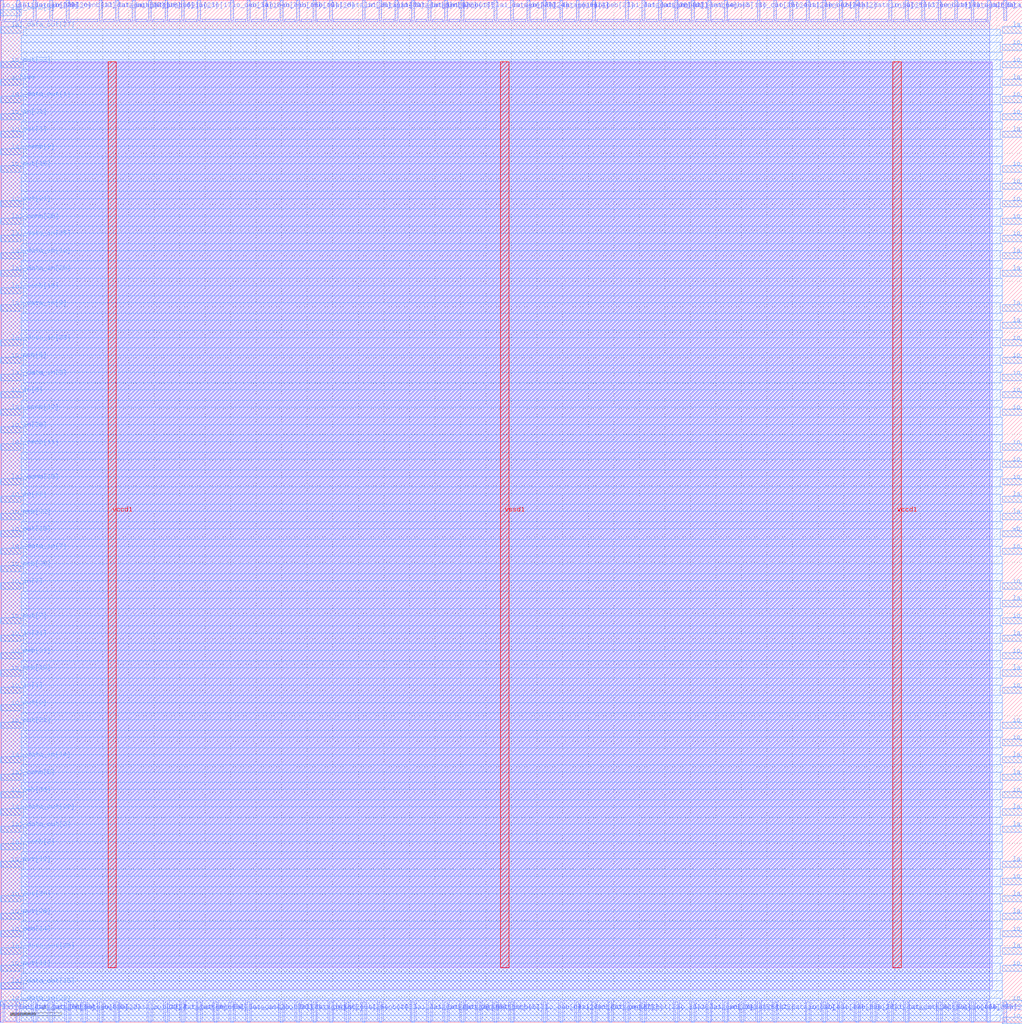
<source format=lef>
VERSION 5.7 ;
  NOWIREEXTENSIONATPIN ON ;
  DIVIDERCHAR "/" ;
  BUSBITCHARS "[]" ;
MACRO wrapped_alu74181
  CLASS BLOCK ;
  FOREIGN wrapped_alu74181 ;
  ORIGIN 0.000 0.000 ;
  SIZE 200.000 BY 200.000 ;
  PIN active
    DIRECTION INPUT ;
    USE SIGNAL ;
    PORT
      LAYER met3 ;
        RECT 0.000 183.340 4.000 184.540 ;
    END
  END active
  PIN io_in[0]
    DIRECTION INPUT ;
    USE SIGNAL ;
    PORT
      LAYER met2 ;
        RECT 61.130 0.000 61.690 4.000 ;
    END
  END io_in[0]
  PIN io_in[10]
    DIRECTION INPUT ;
    USE SIGNAL ;
    PORT
      LAYER met2 ;
        RECT 109.430 196.000 109.990 200.000 ;
    END
  END io_in[10]
  PIN io_in[11]
    DIRECTION INPUT ;
    USE SIGNAL ;
    PORT
      LAYER met2 ;
        RECT -0.050 196.000 0.510 200.000 ;
    END
  END io_in[11]
  PIN io_in[12]
    DIRECTION INPUT ;
    USE SIGNAL ;
    PORT
      LAYER met3 ;
        RECT 196.000 166.340 200.000 167.540 ;
    END
  END io_in[12]
  PIN io_in[13]
    DIRECTION INPUT ;
    USE SIGNAL ;
    PORT
      LAYER met2 ;
        RECT 93.330 0.000 93.890 4.000 ;
    END
  END io_in[13]
  PIN io_in[14]
    DIRECTION INPUT ;
    USE SIGNAL ;
    PORT
      LAYER met2 ;
        RECT 74.010 196.000 74.570 200.000 ;
    END
  END io_in[14]
  PIN io_in[15]
    DIRECTION INPUT ;
    USE SIGNAL ;
    PORT
      LAYER met3 ;
        RECT 196.000 176.540 200.000 177.740 ;
    END
  END io_in[15]
  PIN io_in[16]
    DIRECTION INPUT ;
    USE SIGNAL ;
    PORT
      LAYER met3 ;
        RECT 196.000 16.740 200.000 17.940 ;
    END
  END io_in[16]
  PIN io_in[17]
    DIRECTION INPUT ;
    USE SIGNAL ;
    PORT
      LAYER met2 ;
        RECT 38.590 196.000 39.150 200.000 ;
    END
  END io_in[17]
  PIN io_in[18]
    DIRECTION INPUT ;
    USE SIGNAL ;
    PORT
      LAYER met2 ;
        RECT 48.250 196.000 48.810 200.000 ;
    END
  END io_in[18]
  PIN io_in[19]
    DIRECTION INPUT ;
    USE SIGNAL ;
    PORT
      LAYER met2 ;
        RECT 170.610 0.000 171.170 4.000 ;
    END
  END io_in[19]
  PIN io_in[1]
    DIRECTION INPUT ;
    USE SIGNAL ;
    PORT
      LAYER met3 ;
        RECT 0.000 64.340 4.000 65.540 ;
    END
  END io_in[1]
  PIN io_in[20]
    DIRECTION INPUT ;
    USE SIGNAL ;
    PORT
      LAYER met3 ;
        RECT 0.000 115.340 4.000 116.540 ;
    END
  END io_in[20]
  PIN io_in[21]
    DIRECTION INPUT ;
    USE SIGNAL ;
    PORT
      LAYER met3 ;
        RECT 0.000 74.540 4.000 75.740 ;
    END
  END io_in[21]
  PIN io_in[22]
    DIRECTION INPUT ;
    USE SIGNAL ;
    PORT
      LAYER met3 ;
        RECT 196.000 64.340 200.000 65.540 ;
    END
  END io_in[22]
  PIN io_in[23]
    DIRECTION INPUT ;
    USE SIGNAL ;
    PORT
      LAYER met2 ;
        RECT 35.370 196.000 35.930 200.000 ;
    END
  END io_in[23]
  PIN io_in[24]
    DIRECTION INPUT ;
    USE SIGNAL ;
    PORT
      LAYER met2 ;
        RECT 25.710 196.000 26.270 200.000 ;
    END
  END io_in[24]
  PIN io_in[25]
    DIRECTION INPUT ;
    USE SIGNAL ;
    PORT
      LAYER met2 ;
        RECT 148.070 0.000 148.630 4.000 ;
    END
  END io_in[25]
  PIN io_in[26]
    DIRECTION INPUT ;
    USE SIGNAL ;
    PORT
      LAYER met2 ;
        RECT 144.850 0.000 145.410 4.000 ;
    END
  END io_in[26]
  PIN io_in[27]
    DIRECTION INPUT ;
    USE SIGNAL ;
    PORT
      LAYER met3 ;
        RECT 196.000 43.940 200.000 45.140 ;
    END
  END io_in[27]
  PIN io_in[28]
    DIRECTION INPUT ;
    USE SIGNAL ;
    PORT
      LAYER met2 ;
        RECT 131.970 0.000 132.530 4.000 ;
    END
  END io_in[28]
  PIN io_in[29]
    DIRECTION INPUT ;
    USE SIGNAL ;
    PORT
      LAYER met2 ;
        RECT 196.370 196.000 196.930 200.000 ;
    END
  END io_in[29]
  PIN io_in[2]
    DIRECTION INPUT ;
    USE SIGNAL ;
    PORT
      LAYER met2 ;
        RECT 64.350 0.000 64.910 4.000 ;
    END
  END io_in[2]
  PIN io_in[30]
    DIRECTION INPUT ;
    USE SIGNAL ;
    PORT
      LAYER met3 ;
        RECT 196.000 77.940 200.000 79.140 ;
    END
  END io_in[30]
  PIN io_in[31]
    DIRECTION INPUT ;
    USE SIGNAL ;
    PORT
      LAYER met3 ;
        RECT 0.000 176.540 4.000 177.740 ;
    END
  END io_in[31]
  PIN io_in[32]
    DIRECTION INPUT ;
    USE SIGNAL ;
    PORT
      LAYER met2 ;
        RECT 122.310 0.000 122.870 4.000 ;
    END
  END io_in[32]
  PIN io_in[33]
    DIRECTION INPUT ;
    USE SIGNAL ;
    PORT
      LAYER met3 ;
        RECT 0.000 101.740 4.000 102.940 ;
    END
  END io_in[33]
  PIN io_in[34]
    DIRECTION INPUT ;
    USE SIGNAL ;
    PORT
      LAYER met2 ;
        RECT 151.290 196.000 151.850 200.000 ;
    END
  END io_in[34]
  PIN io_in[35]
    DIRECTION INPUT ;
    USE SIGNAL ;
    PORT
      LAYER met2 ;
        RECT 173.830 196.000 174.390 200.000 ;
    END
  END io_in[35]
  PIN io_in[36]
    DIRECTION INPUT ;
    USE SIGNAL ;
    PORT
      LAYER met3 ;
        RECT 196.000 125.540 200.000 126.740 ;
    END
  END io_in[36]
  PIN io_in[37]
    DIRECTION INPUT ;
    USE SIGNAL ;
    PORT
      LAYER met2 ;
        RECT 177.050 196.000 177.610 200.000 ;
    END
  END io_in[37]
  PIN io_in[3]
    DIRECTION INPUT ;
    USE SIGNAL ;
    PORT
      LAYER met2 ;
        RECT 112.650 196.000 113.210 200.000 ;
    END
  END io_in[3]
  PIN io_in[4]
    DIRECTION INPUT ;
    USE SIGNAL ;
    PORT
      LAYER met3 ;
        RECT 196.000 122.140 200.000 123.340 ;
    END
  END io_in[4]
  PIN io_in[5]
    DIRECTION INPUT ;
    USE SIGNAL ;
    PORT
      LAYER met3 ;
        RECT 196.000 190.140 200.000 191.340 ;
    END
  END io_in[5]
  PIN io_in[6]
    DIRECTION INPUT ;
    USE SIGNAL ;
    PORT
      LAYER met3 ;
        RECT 0.000 122.140 4.000 123.340 ;
    END
  END io_in[6]
  PIN io_in[7]
    DIRECTION INPUT ;
    USE SIGNAL ;
    PORT
      LAYER met3 ;
        RECT 0.000 84.740 4.000 85.940 ;
    END
  END io_in[7]
  PIN io_in[8]
    DIRECTION INPUT ;
    USE SIGNAL ;
    PORT
      LAYER met3 ;
        RECT 196.000 132.340 200.000 133.540 ;
    END
  END io_in[8]
  PIN io_in[9]
    DIRECTION INPUT ;
    USE SIGNAL ;
    PORT
      LAYER met2 ;
        RECT 32.150 196.000 32.710 200.000 ;
    END
  END io_in[9]
  PIN io_oeb[0]
    DIRECTION OUTPUT TRISTATE ;
    USE SIGNAL ;
    PORT
      LAYER met2 ;
        RECT 106.210 0.000 106.770 4.000 ;
    END
  END io_oeb[0]
  PIN io_oeb[10]
    DIRECTION OUTPUT TRISTATE ;
    USE SIGNAL ;
    PORT
      LAYER met3 ;
        RECT 0.000 67.740 4.000 68.940 ;
    END
  END io_oeb[10]
  PIN io_oeb[11]
    DIRECTION OUTPUT TRISTATE ;
    USE SIGNAL ;
    PORT
      LAYER met3 ;
        RECT 196.000 111.940 200.000 113.140 ;
    END
  END io_oeb[11]
  PIN io_oeb[12]
    DIRECTION OUTPUT TRISTATE ;
    USE SIGNAL ;
    PORT
      LAYER met3 ;
        RECT 196.000 57.540 200.000 58.740 ;
    END
  END io_oeb[12]
  PIN io_oeb[13]
    DIRECTION OUTPUT TRISTATE ;
    USE SIGNAL ;
    PORT
      LAYER met3 ;
        RECT 196.000 54.140 200.000 55.340 ;
    END
  END io_oeb[13]
  PIN io_oeb[14]
    DIRECTION OUTPUT TRISTATE ;
    USE SIGNAL ;
    PORT
      LAYER met3 ;
        RECT 0.000 16.740 4.000 17.940 ;
    END
  END io_oeb[14]
  PIN io_oeb[15]
    DIRECTION OUTPUT TRISTATE ;
    USE SIGNAL ;
    PORT
      LAYER met2 ;
        RECT 54.690 196.000 55.250 200.000 ;
    END
  END io_oeb[15]
  PIN io_oeb[16]
    DIRECTION OUTPUT TRISTATE ;
    USE SIGNAL ;
    PORT
      LAYER met3 ;
        RECT 196.000 9.940 200.000 11.140 ;
    END
  END io_oeb[16]
  PIN io_oeb[17]
    DIRECTION OUTPUT TRISTATE ;
    USE SIGNAL ;
    PORT
      LAYER met2 ;
        RECT 54.690 0.000 55.250 4.000 ;
    END
  END io_oeb[17]
  PIN io_oeb[18]
    DIRECTION OUTPUT TRISTATE ;
    USE SIGNAL ;
    PORT
      LAYER met2 ;
        RECT 141.630 196.000 142.190 200.000 ;
    END
  END io_oeb[18]
  PIN io_oeb[19]
    DIRECTION OUTPUT TRISTATE ;
    USE SIGNAL ;
    PORT
      LAYER met2 ;
        RECT 57.910 196.000 58.470 200.000 ;
    END
  END io_oeb[19]
  PIN io_oeb[1]
    DIRECTION OUTPUT TRISTATE ;
    USE SIGNAL ;
    PORT
      LAYER met2 ;
        RECT 157.730 0.000 158.290 4.000 ;
    END
  END io_oeb[1]
  PIN io_oeb[20]
    DIRECTION OUTPUT TRISTATE ;
    USE SIGNAL ;
    PORT
      LAYER met3 ;
        RECT 196.000 84.740 200.000 85.940 ;
    END
  END io_oeb[20]
  PIN io_oeb[21]
    DIRECTION OUTPUT TRISTATE ;
    USE SIGNAL ;
    PORT
      LAYER met2 ;
        RECT 6.390 196.000 6.950 200.000 ;
    END
  END io_oeb[21]
  PIN io_oeb[22]
    DIRECTION OUTPUT TRISTATE ;
    USE SIGNAL ;
    PORT
      LAYER met2 ;
        RECT 19.270 0.000 19.830 4.000 ;
    END
  END io_oeb[22]
  PIN io_oeb[23]
    DIRECTION OUTPUT TRISTATE ;
    USE SIGNAL ;
    PORT
      LAYER met2 ;
        RECT 99.770 196.000 100.330 200.000 ;
    END
  END io_oeb[23]
  PIN io_oeb[24]
    DIRECTION OUTPUT TRISTATE ;
    USE SIGNAL ;
    PORT
      LAYER met2 ;
        RECT 102.990 196.000 103.550 200.000 ;
    END
  END io_oeb[24]
  PIN io_oeb[25]
    DIRECTION OUTPUT TRISTATE ;
    USE SIGNAL ;
    PORT
      LAYER met2 ;
        RECT 189.930 0.000 190.490 4.000 ;
    END
  END io_oeb[25]
  PIN io_oeb[26]
    DIRECTION OUTPUT TRISTATE ;
    USE SIGNAL ;
    PORT
      LAYER met3 ;
        RECT 196.000 156.140 200.000 157.340 ;
    END
  END io_oeb[26]
  PIN io_oeb[27]
    DIRECTION OUTPUT TRISTATE ;
    USE SIGNAL ;
    PORT
      LAYER met2 ;
        RECT 115.870 196.000 116.430 200.000 ;
    END
  END io_oeb[27]
  PIN io_oeb[28]
    DIRECTION OUTPUT TRISTATE ;
    USE SIGNAL ;
    PORT
      LAYER met2 ;
        RECT 167.390 0.000 167.950 4.000 ;
    END
  END io_oeb[28]
  PIN io_oeb[29]
    DIRECTION OUTPUT TRISTATE ;
    USE SIGNAL ;
    PORT
      LAYER met3 ;
        RECT 196.000 128.940 200.000 130.140 ;
    END
  END io_oeb[29]
  PIN io_oeb[2]
    DIRECTION OUTPUT TRISTATE ;
    USE SIGNAL ;
    PORT
      LAYER met2 ;
        RECT 164.170 196.000 164.730 200.000 ;
    END
  END io_oeb[2]
  PIN io_oeb[30]
    DIRECTION OUTPUT TRISTATE ;
    USE SIGNAL ;
    PORT
      LAYER met2 ;
        RECT 9.610 196.000 10.170 200.000 ;
    END
  END io_oeb[30]
  PIN io_oeb[31]
    DIRECTION OUTPUT TRISTATE ;
    USE SIGNAL ;
    PORT
      LAYER met2 ;
        RECT 164.170 0.000 164.730 4.000 ;
    END
  END io_oeb[31]
  PIN io_oeb[32]
    DIRECTION OUTPUT TRISTATE ;
    USE SIGNAL ;
    PORT
      LAYER met3 ;
        RECT 0.000 98.340 4.000 99.540 ;
    END
  END io_oeb[32]
  PIN io_oeb[33]
    DIRECTION OUTPUT TRISTATE ;
    USE SIGNAL ;
    PORT
      LAYER met2 ;
        RECT 193.150 0.000 193.710 4.000 ;
    END
  END io_oeb[33]
  PIN io_oeb[34]
    DIRECTION OUTPUT TRISTATE ;
    USE SIGNAL ;
    PORT
      LAYER met2 ;
        RECT 45.030 196.000 45.590 200.000 ;
    END
  END io_oeb[34]
  PIN io_oeb[35]
    DIRECTION OUTPUT TRISTATE ;
    USE SIGNAL ;
    PORT
      LAYER met3 ;
        RECT 0.000 88.140 4.000 89.340 ;
    END
  END io_oeb[35]
  PIN io_oeb[36]
    DIRECTION OUTPUT TRISTATE ;
    USE SIGNAL ;
    PORT
      LAYER met3 ;
        RECT 0.000 43.940 4.000 45.140 ;
    END
  END io_oeb[36]
  PIN io_oeb[37]
    DIRECTION OUTPUT TRISTATE ;
    USE SIGNAL ;
    PORT
      LAYER met3 ;
        RECT 0.000 71.140 4.000 72.340 ;
    END
  END io_oeb[37]
  PIN io_oeb[3]
    DIRECTION OUTPUT TRISTATE ;
    USE SIGNAL ;
    PORT
      LAYER met2 ;
        RECT 99.770 0.000 100.330 4.000 ;
    END
  END io_oeb[3]
  PIN io_oeb[4]
    DIRECTION OUTPUT TRISTATE ;
    USE SIGNAL ;
    PORT
      LAYER met3 ;
        RECT 196.000 -0.260 200.000 0.940 ;
    END
  END io_oeb[4]
  PIN io_oeb[5]
    DIRECTION OUTPUT TRISTATE ;
    USE SIGNAL ;
    PORT
      LAYER met3 ;
        RECT 0.000 128.940 4.000 130.140 ;
    END
  END io_oeb[5]
  PIN io_oeb[6]
    DIRECTION OUTPUT TRISTATE ;
    USE SIGNAL ;
    PORT
      LAYER met3 ;
        RECT 196.000 71.140 200.000 72.340 ;
    END
  END io_oeb[6]
  PIN io_oeb[7]
    DIRECTION OUTPUT TRISTATE ;
    USE SIGNAL ;
    PORT
      LAYER met2 ;
        RECT 51.470 196.000 52.030 200.000 ;
    END
  END io_oeb[7]
  PIN io_oeb[8]
    DIRECTION OUTPUT TRISTATE ;
    USE SIGNAL ;
    PORT
      LAYER met2 ;
        RECT 16.050 0.000 16.610 4.000 ;
    END
  END io_oeb[8]
  PIN io_oeb[9]
    DIRECTION OUTPUT TRISTATE ;
    USE SIGNAL ;
    PORT
      LAYER met2 ;
        RECT 41.810 0.000 42.370 4.000 ;
    END
  END io_oeb[9]
  PIN io_out[0]
    DIRECTION OUTPUT TRISTATE ;
    USE SIGNAL ;
    PORT
      LAYER met3 ;
        RECT 196.000 186.740 200.000 187.940 ;
    END
  END io_out[0]
  PIN io_out[10]
    DIRECTION OUTPUT TRISTATE ;
    USE SIGNAL ;
    PORT
      LAYER met3 ;
        RECT 196.000 108.540 200.000 109.740 ;
    END
  END io_out[10]
  PIN io_out[11]
    DIRECTION OUTPUT TRISTATE ;
    USE SIGNAL ;
    PORT
      LAYER met3 ;
        RECT 0.000 9.940 4.000 11.140 ;
    END
  END io_out[11]
  PIN io_out[12]
    DIRECTION OUTPUT TRISTATE ;
    USE SIGNAL ;
    PORT
      LAYER met3 ;
        RECT 0.000 30.340 4.000 31.540 ;
    END
  END io_out[12]
  PIN io_out[13]
    DIRECTION OUTPUT TRISTATE ;
    USE SIGNAL ;
    PORT
      LAYER met2 ;
        RECT 160.950 0.000 161.510 4.000 ;
    END
  END io_out[13]
  PIN io_out[14]
    DIRECTION OUTPUT TRISTATE ;
    USE SIGNAL ;
    PORT
      LAYER met3 ;
        RECT 196.000 159.540 200.000 160.740 ;
    END
  END io_out[14]
  PIN io_out[15]
    DIRECTION OUTPUT TRISTATE ;
    USE SIGNAL ;
    PORT
      LAYER met3 ;
        RECT 0.000 166.340 4.000 167.540 ;
    END
  END io_out[15]
  PIN io_out[16]
    DIRECTION OUTPUT TRISTATE ;
    USE SIGNAL ;
    PORT
      LAYER met3 ;
        RECT 196.000 105.140 200.000 106.340 ;
    END
  END io_out[16]
  PIN io_out[17]
    DIRECTION OUTPUT TRISTATE ;
    USE SIGNAL ;
    PORT
      LAYER met2 ;
        RECT 183.490 196.000 184.050 200.000 ;
    END
  END io_out[17]
  PIN io_out[18]
    DIRECTION OUTPUT TRISTATE ;
    USE SIGNAL ;
    PORT
      LAYER met2 ;
        RECT 186.710 0.000 187.270 4.000 ;
    END
  END io_out[18]
  PIN io_out[19]
    DIRECTION OUTPUT TRISTATE ;
    USE SIGNAL ;
    PORT
      LAYER met3 ;
        RECT 0.000 94.940 4.000 96.140 ;
    END
  END io_out[19]
  PIN io_out[1]
    DIRECTION OUTPUT TRISTATE ;
    USE SIGNAL ;
    PORT
      LAYER met2 ;
        RECT 131.970 196.000 132.530 200.000 ;
    END
  END io_out[1]
  PIN io_out[20]
    DIRECTION OUTPUT TRISTATE ;
    USE SIGNAL ;
    PORT
      LAYER met2 ;
        RECT 160.950 196.000 161.510 200.000 ;
    END
  END io_out[20]
  PIN io_out[21]
    DIRECTION OUTPUT TRISTATE ;
    USE SIGNAL ;
    PORT
      LAYER met3 ;
        RECT 0.000 159.540 4.000 160.740 ;
    END
  END io_out[21]
  PIN io_out[22]
    DIRECTION OUTPUT TRISTATE ;
    USE SIGNAL ;
    PORT
      LAYER met2 ;
        RECT 125.530 0.000 126.090 4.000 ;
    END
  END io_out[22]
  PIN io_out[23]
    DIRECTION OUTPUT TRISTATE ;
    USE SIGNAL ;
    PORT
      LAYER met3 ;
        RECT 196.000 91.540 200.000 92.740 ;
    END
  END io_out[23]
  PIN io_out[24]
    DIRECTION OUTPUT TRISTATE ;
    USE SIGNAL ;
    PORT
      LAYER met2 ;
        RECT 109.430 0.000 109.990 4.000 ;
    END
  END io_out[24]
  PIN io_out[25]
    DIRECTION OUTPUT TRISTATE ;
    USE SIGNAL ;
    PORT
      LAYER met2 ;
        RECT 148.070 196.000 148.630 200.000 ;
    END
  END io_out[25]
  PIN io_out[26]
    DIRECTION OUTPUT TRISTATE ;
    USE SIGNAL ;
    PORT
      LAYER met3 ;
        RECT 0.000 20.140 4.000 21.340 ;
    END
  END io_out[26]
  PIN io_out[27]
    DIRECTION OUTPUT TRISTATE ;
    USE SIGNAL ;
    PORT
      LAYER met2 ;
        RECT 154.510 196.000 155.070 200.000 ;
    END
  END io_out[27]
  PIN io_out[28]
    DIRECTION OUTPUT TRISTATE ;
    USE SIGNAL ;
    PORT
      LAYER met2 ;
        RECT 67.570 0.000 68.130 4.000 ;
    END
  END io_out[28]
  PIN io_out[29]
    DIRECTION OUTPUT TRISTATE ;
    USE SIGNAL ;
    PORT
      LAYER met3 ;
        RECT 196.000 3.140 200.000 4.340 ;
    END
  END io_out[29]
  PIN io_out[2]
    DIRECTION OUTPUT TRISTATE ;
    USE SIGNAL ;
    PORT
      LAYER met2 ;
        RECT 28.930 0.000 29.490 4.000 ;
    END
  END io_out[2]
  PIN io_out[30]
    DIRECTION OUTPUT TRISTATE ;
    USE SIGNAL ;
    PORT
      LAYER met3 ;
        RECT 0.000 23.540 4.000 24.740 ;
    END
  END io_out[30]
  PIN io_out[31]
    DIRECTION OUTPUT TRISTATE ;
    USE SIGNAL ;
    PORT
      LAYER met3 ;
        RECT 0.000 57.540 4.000 58.740 ;
    END
  END io_out[31]
  PIN io_out[32]
    DIRECTION OUTPUT TRISTATE ;
    USE SIGNAL ;
    PORT
      LAYER met3 ;
        RECT 0.000 186.740 4.000 187.940 ;
    END
  END io_out[32]
  PIN io_out[33]
    DIRECTION OUTPUT TRISTATE ;
    USE SIGNAL ;
    PORT
      LAYER met3 ;
        RECT 196.000 26.940 200.000 28.140 ;
    END
  END io_out[33]
  PIN io_out[34]
    DIRECTION OUTPUT TRISTATE ;
    USE SIGNAL ;
    PORT
      LAYER met3 ;
        RECT 196.000 162.940 200.000 164.140 ;
    END
  END io_out[34]
  PIN io_out[35]
    DIRECTION OUTPUT TRISTATE ;
    USE SIGNAL ;
    PORT
      LAYER met3 ;
        RECT 196.000 152.740 200.000 153.940 ;
    END
  END io_out[35]
  PIN io_out[36]
    DIRECTION OUTPUT TRISTATE ;
    USE SIGNAL ;
    PORT
      LAYER met2 ;
        RECT 61.130 196.000 61.690 200.000 ;
    END
  END io_out[36]
  PIN io_out[37]
    DIRECTION OUTPUT TRISTATE ;
    USE SIGNAL ;
    PORT
      LAYER met3 ;
        RECT 196.000 179.940 200.000 181.140 ;
    END
  END io_out[37]
  PIN io_out[3]
    DIRECTION OUTPUT TRISTATE ;
    USE SIGNAL ;
    PORT
      LAYER met3 ;
        RECT 0.000 173.140 4.000 174.340 ;
    END
  END io_out[3]
  PIN io_out[4]
    DIRECTION OUTPUT TRISTATE ;
    USE SIGNAL ;
    PORT
      LAYER met3 ;
        RECT 196.000 118.740 200.000 119.940 ;
    END
  END io_out[4]
  PIN io_out[5]
    DIRECTION OUTPUT TRISTATE ;
    USE SIGNAL ;
    PORT
      LAYER met2 ;
        RECT 90.110 196.000 90.670 200.000 ;
    END
  END io_out[5]
  PIN io_out[6]
    DIRECTION OUTPUT TRISTATE ;
    USE SIGNAL ;
    PORT
      LAYER met2 ;
        RECT 189.930 196.000 190.490 200.000 ;
    END
  END io_out[6]
  PIN io_out[7]
    DIRECTION OUTPUT TRISTATE ;
    USE SIGNAL ;
    PORT
      LAYER met3 ;
        RECT 0.000 77.940 4.000 79.140 ;
    END
  END io_out[7]
  PIN io_out[8]
    DIRECTION OUTPUT TRISTATE ;
    USE SIGNAL ;
    PORT
      LAYER met2 ;
        RECT 74.010 0.000 74.570 4.000 ;
    END
  END io_out[8]
  PIN io_out[9]
    DIRECTION OUTPUT TRISTATE ;
    USE SIGNAL ;
    PORT
      LAYER met3 ;
        RECT 0.000 60.940 4.000 62.140 ;
    END
  END io_out[9]
  PIN la1_data_in[0]
    DIRECTION INPUT ;
    USE SIGNAL ;
    PORT
      LAYER met3 ;
        RECT 196.000 30.340 200.000 31.540 ;
    END
  END la1_data_in[0]
  PIN la1_data_in[10]
    DIRECTION INPUT ;
    USE SIGNAL ;
    PORT
      LAYER met2 ;
        RECT 86.890 0.000 87.450 4.000 ;
    END
  END la1_data_in[10]
  PIN la1_data_in[11]
    DIRECTION INPUT ;
    USE SIGNAL ;
    PORT
      LAYER met3 ;
        RECT 196.000 23.540 200.000 24.740 ;
    END
  END la1_data_in[11]
  PIN la1_data_in[12]
    DIRECTION INPUT ;
    USE SIGNAL ;
    PORT
      LAYER met3 ;
        RECT 0.000 149.340 4.000 150.540 ;
    END
  END la1_data_in[12]
  PIN la1_data_in[13]
    DIRECTION INPUT ;
    USE SIGNAL ;
    PORT
      LAYER met2 ;
        RECT 135.190 0.000 135.750 4.000 ;
    END
  END la1_data_in[13]
  PIN la1_data_in[14]
    DIRECTION INPUT ;
    USE SIGNAL ;
    PORT
      LAYER met3 ;
        RECT 0.000 50.740 4.000 51.940 ;
    END
  END la1_data_in[14]
  PIN la1_data_in[15]
    DIRECTION INPUT ;
    USE SIGNAL ;
    PORT
      LAYER met2 ;
        RECT 64.350 196.000 64.910 200.000 ;
    END
  END la1_data_in[15]
  PIN la1_data_in[16]
    DIRECTION INPUT ;
    USE SIGNAL ;
    PORT
      LAYER met2 ;
        RECT 125.530 196.000 126.090 200.000 ;
    END
  END la1_data_in[16]
  PIN la1_data_in[17]
    DIRECTION INPUT ;
    USE SIGNAL ;
    PORT
      LAYER met2 ;
        RECT 96.550 196.000 97.110 200.000 ;
    END
  END la1_data_in[17]
  PIN la1_data_in[18]
    DIRECTION INPUT ;
    USE SIGNAL ;
    PORT
      LAYER met2 ;
        RECT 173.830 0.000 174.390 4.000 ;
    END
  END la1_data_in[18]
  PIN la1_data_in[19]
    DIRECTION INPUT ;
    USE SIGNAL ;
    PORT
      LAYER met2 ;
        RECT 70.790 196.000 71.350 200.000 ;
    END
  END la1_data_in[19]
  PIN la1_data_in[1]
    DIRECTION INPUT ;
    USE SIGNAL ;
    PORT
      LAYER met2 ;
        RECT 80.450 0.000 81.010 4.000 ;
    END
  END la1_data_in[1]
  PIN la1_data_in[20]
    DIRECTION INPUT ;
    USE SIGNAL ;
    PORT
      LAYER met3 ;
        RECT 0.000 145.940 4.000 147.140 ;
    END
  END la1_data_in[20]
  PIN la1_data_in[21]
    DIRECTION INPUT ;
    USE SIGNAL ;
    PORT
      LAYER met2 ;
        RECT 193.150 196.000 193.710 200.000 ;
    END
  END la1_data_in[21]
  PIN la1_data_in[22]
    DIRECTION INPUT ;
    USE SIGNAL ;
    PORT
      LAYER met3 ;
        RECT 196.000 37.140 200.000 38.340 ;
    END
  END la1_data_in[22]
  PIN la1_data_in[23]
    DIRECTION INPUT ;
    USE SIGNAL ;
    PORT
      LAYER met3 ;
        RECT 0.000 3.140 4.000 4.340 ;
    END
  END la1_data_in[23]
  PIN la1_data_in[24]
    DIRECTION INPUT ;
    USE SIGNAL ;
    PORT
      LAYER met2 ;
        RECT 57.910 0.000 58.470 4.000 ;
    END
  END la1_data_in[24]
  PIN la1_data_in[25]
    DIRECTION INPUT ;
    USE SIGNAL ;
    PORT
      LAYER met3 ;
        RECT 0.000 152.740 4.000 153.940 ;
    END
  END la1_data_in[25]
  PIN la1_data_in[26]
    DIRECTION INPUT ;
    USE SIGNAL ;
    PORT
      LAYER met3 ;
        RECT 196.000 13.340 200.000 14.540 ;
    END
  END la1_data_in[26]
  PIN la1_data_in[27]
    DIRECTION INPUT ;
    USE SIGNAL ;
    PORT
      LAYER met2 ;
        RECT 115.870 0.000 116.430 4.000 ;
    END
  END la1_data_in[27]
  PIN la1_data_in[28]
    DIRECTION INPUT ;
    USE SIGNAL ;
    PORT
      LAYER met3 ;
        RECT 0.000 132.340 4.000 133.540 ;
    END
  END la1_data_in[28]
  PIN la1_data_in[29]
    DIRECTION INPUT ;
    USE SIGNAL ;
    PORT
      LAYER met2 ;
        RECT 3.170 196.000 3.730 200.000 ;
    END
  END la1_data_in[29]
  PIN la1_data_in[2]
    DIRECTION INPUT ;
    USE SIGNAL ;
    PORT
      LAYER met2 ;
        RECT 45.030 0.000 45.590 4.000 ;
    END
  END la1_data_in[2]
  PIN la1_data_in[30]
    DIRECTION INPUT ;
    USE SIGNAL ;
    PORT
      LAYER met2 ;
        RECT 6.390 0.000 6.950 4.000 ;
    END
  END la1_data_in[30]
  PIN la1_data_in[31]
    DIRECTION INPUT ;
    USE SIGNAL ;
    PORT
      LAYER met2 ;
        RECT 151.290 0.000 151.850 4.000 ;
    END
  END la1_data_in[31]
  PIN la1_data_in[3]
    DIRECTION INPUT ;
    USE SIGNAL ;
    PORT
      LAYER met3 ;
        RECT 0.000 125.540 4.000 126.740 ;
    END
  END la1_data_in[3]
  PIN la1_data_in[4]
    DIRECTION INPUT ;
    USE SIGNAL ;
    PORT
      LAYER met2 ;
        RECT 167.390 196.000 167.950 200.000 ;
    END
  END la1_data_in[4]
  PIN la1_data_in[5]
    DIRECTION INPUT ;
    USE SIGNAL ;
    PORT
      LAYER met3 ;
        RECT 196.000 98.340 200.000 99.540 ;
    END
  END la1_data_in[5]
  PIN la1_data_in[6]
    DIRECTION INPUT ;
    USE SIGNAL ;
    PORT
      LAYER met2 ;
        RECT 77.230 196.000 77.790 200.000 ;
    END
  END la1_data_in[6]
  PIN la1_data_in[7]
    DIRECTION INPUT ;
    USE SIGNAL ;
    PORT
      LAYER met3 ;
        RECT 0.000 91.540 4.000 92.740 ;
    END
  END la1_data_in[7]
  PIN la1_data_in[8]
    DIRECTION INPUT ;
    USE SIGNAL ;
    PORT
      LAYER met2 ;
        RECT 80.450 196.000 81.010 200.000 ;
    END
  END la1_data_in[8]
  PIN la1_data_in[9]
    DIRECTION INPUT ;
    USE SIGNAL ;
    PORT
      LAYER met3 ;
        RECT 0.000 139.140 4.000 140.340 ;
    END
  END la1_data_in[9]
  PIN la1_data_out[0]
    DIRECTION OUTPUT TRISTATE ;
    USE SIGNAL ;
    PORT
      LAYER met2 ;
        RECT 32.150 0.000 32.710 4.000 ;
    END
  END la1_data_out[0]
  PIN la1_data_out[10]
    DIRECTION OUTPUT TRISTATE ;
    USE SIGNAL ;
    PORT
      LAYER met3 ;
        RECT 196.000 47.340 200.000 48.540 ;
    END
  END la1_data_out[10]
  PIN la1_data_out[11]
    DIRECTION OUTPUT TRISTATE ;
    USE SIGNAL ;
    PORT
      LAYER met2 ;
        RECT 90.110 0.000 90.670 4.000 ;
    END
  END la1_data_out[11]
  PIN la1_data_out[12]
    DIRECTION OUTPUT TRISTATE ;
    USE SIGNAL ;
    PORT
      LAYER met3 ;
        RECT 196.000 183.340 200.000 184.540 ;
    END
  END la1_data_out[12]
  PIN la1_data_out[13]
    DIRECTION OUTPUT TRISTATE ;
    USE SIGNAL ;
    PORT
      LAYER met2 ;
        RECT 19.270 196.000 19.830 200.000 ;
    END
  END la1_data_out[13]
  PIN la1_data_out[14]
    DIRECTION OUTPUT TRISTATE ;
    USE SIGNAL ;
    PORT
      LAYER met2 ;
        RECT 106.210 196.000 106.770 200.000 ;
    END
  END la1_data_out[14]
  PIN la1_data_out[15]
    DIRECTION OUTPUT TRISTATE ;
    USE SIGNAL ;
    PORT
      LAYER met3 ;
        RECT 0.000 6.540 4.000 7.740 ;
    END
  END la1_data_out[15]
  PIN la1_data_out[16]
    DIRECTION OUTPUT TRISTATE ;
    USE SIGNAL ;
    PORT
      LAYER met3 ;
        RECT 196.000 67.740 200.000 68.940 ;
    END
  END la1_data_out[16]
  PIN la1_data_out[17]
    DIRECTION OUTPUT TRISTATE ;
    USE SIGNAL ;
    PORT
      LAYER met3 ;
        RECT 196.000 145.940 200.000 147.140 ;
    END
  END la1_data_out[17]
  PIN la1_data_out[18]
    DIRECTION OUTPUT TRISTATE ;
    USE SIGNAL ;
    PORT
      LAYER met2 ;
        RECT 22.490 196.000 23.050 200.000 ;
    END
  END la1_data_out[18]
  PIN la1_data_out[19]
    DIRECTION OUTPUT TRISTATE ;
    USE SIGNAL ;
    PORT
      LAYER met3 ;
        RECT 196.000 101.740 200.000 102.940 ;
    END
  END la1_data_out[19]
  PIN la1_data_out[1]
    DIRECTION OUTPUT TRISTATE ;
    USE SIGNAL ;
    PORT
      LAYER met3 ;
        RECT 0.000 179.940 4.000 181.140 ;
    END
  END la1_data_out[1]
  PIN la1_data_out[20]
    DIRECTION OUTPUT TRISTATE ;
    USE SIGNAL ;
    PORT
      LAYER met3 ;
        RECT 0.000 40.540 4.000 41.740 ;
    END
  END la1_data_out[20]
  PIN la1_data_out[21]
    DIRECTION OUTPUT TRISTATE ;
    USE SIGNAL ;
    PORT
      LAYER met3 ;
        RECT 196.000 173.140 200.000 174.340 ;
    END
  END la1_data_out[21]
  PIN la1_data_out[22]
    DIRECTION OUTPUT TRISTATE ;
    USE SIGNAL ;
    PORT
      LAYER met2 ;
        RECT 122.310 196.000 122.870 200.000 ;
    END
  END la1_data_out[22]
  PIN la1_data_out[23]
    DIRECTION OUTPUT TRISTATE ;
    USE SIGNAL ;
    PORT
      LAYER met2 ;
        RECT 48.250 0.000 48.810 4.000 ;
    END
  END la1_data_out[23]
  PIN la1_data_out[24]
    DIRECTION OUTPUT TRISTATE ;
    USE SIGNAL ;
    PORT
      LAYER met3 ;
        RECT 196.000 74.540 200.000 75.740 ;
    END
  END la1_data_out[24]
  PIN la1_data_out[25]
    DIRECTION OUTPUT TRISTATE ;
    USE SIGNAL ;
    PORT
      LAYER met3 ;
        RECT 0.000 13.340 4.000 14.540 ;
    END
  END la1_data_out[25]
  PIN la1_data_out[26]
    DIRECTION OUTPUT TRISTATE ;
    USE SIGNAL ;
    PORT
      LAYER met3 ;
        RECT 196.000 20.140 200.000 21.340 ;
    END
  END la1_data_out[26]
  PIN la1_data_out[27]
    DIRECTION OUTPUT TRISTATE ;
    USE SIGNAL ;
    PORT
      LAYER met3 ;
        RECT 0.000 193.540 4.000 194.740 ;
    END
  END la1_data_out[27]
  PIN la1_data_out[28]
    DIRECTION OUTPUT TRISTATE ;
    USE SIGNAL ;
    PORT
      LAYER met2 ;
        RECT 177.050 0.000 177.610 4.000 ;
    END
  END la1_data_out[28]
  PIN la1_data_out[29]
    DIRECTION OUTPUT TRISTATE ;
    USE SIGNAL ;
    PORT
      LAYER met2 ;
        RECT 22.490 0.000 23.050 4.000 ;
    END
  END la1_data_out[29]
  PIN la1_data_out[2]
    DIRECTION OUTPUT TRISTATE ;
    USE SIGNAL ;
    PORT
      LAYER met2 ;
        RECT 83.670 0.000 84.230 4.000 ;
    END
  END la1_data_out[2]
  PIN la1_data_out[30]
    DIRECTION OUTPUT TRISTATE ;
    USE SIGNAL ;
    PORT
      LAYER met3 ;
        RECT 196.000 50.740 200.000 51.940 ;
    END
  END la1_data_out[30]
  PIN la1_data_out[31]
    DIRECTION OUTPUT TRISTATE ;
    USE SIGNAL ;
    PORT
      LAYER met3 ;
        RECT 196.000 193.540 200.000 194.740 ;
    END
  END la1_data_out[31]
  PIN la1_data_out[3]
    DIRECTION OUTPUT TRISTATE ;
    USE SIGNAL ;
    PORT
      LAYER met3 ;
        RECT 0.000 37.140 4.000 38.340 ;
    END
  END la1_data_out[3]
  PIN la1_data_out[4]
    DIRECTION OUTPUT TRISTATE ;
    USE SIGNAL ;
    PORT
      LAYER met2 ;
        RECT 183.490 0.000 184.050 4.000 ;
    END
  END la1_data_out[4]
  PIN la1_data_out[5]
    DIRECTION OUTPUT TRISTATE ;
    USE SIGNAL ;
    PORT
      LAYER met2 ;
        RECT 12.830 0.000 13.390 4.000 ;
    END
  END la1_data_out[5]
  PIN la1_data_out[6]
    DIRECTION OUTPUT TRISTATE ;
    USE SIGNAL ;
    PORT
      LAYER met3 ;
        RECT 196.000 81.340 200.000 82.540 ;
    END
  END la1_data_out[6]
  PIN la1_data_out[7]
    DIRECTION OUTPUT TRISTATE ;
    USE SIGNAL ;
    PORT
      LAYER met2 ;
        RECT 3.170 0.000 3.730 4.000 ;
    END
  END la1_data_out[7]
  PIN la1_data_out[8]
    DIRECTION OUTPUT TRISTATE ;
    USE SIGNAL ;
    PORT
      LAYER met3 ;
        RECT 196.000 149.340 200.000 150.540 ;
    END
  END la1_data_out[8]
  PIN la1_data_out[9]
    DIRECTION OUTPUT TRISTATE ;
    USE SIGNAL ;
    PORT
      LAYER met2 ;
        RECT 186.710 196.000 187.270 200.000 ;
    END
  END la1_data_out[9]
  PIN la1_oenb[0]
    DIRECTION INPUT ;
    USE SIGNAL ;
    PORT
      LAYER met2 ;
        RECT 196.370 0.000 196.930 4.000 ;
    END
  END la1_oenb[0]
  PIN la1_oenb[10]
    DIRECTION INPUT ;
    USE SIGNAL ;
    PORT
      LAYER met2 ;
        RECT 180.270 196.000 180.830 200.000 ;
    END
  END la1_oenb[10]
  PIN la1_oenb[11]
    DIRECTION INPUT ;
    USE SIGNAL ;
    PORT
      LAYER met3 ;
        RECT 0.000 111.940 4.000 113.140 ;
    END
  END la1_oenb[11]
  PIN la1_oenb[12]
    DIRECTION INPUT ;
    USE SIGNAL ;
    PORT
      LAYER met3 ;
        RECT 0.000 118.740 4.000 119.940 ;
    END
  END la1_oenb[12]
  PIN la1_oenb[13]
    DIRECTION INPUT ;
    USE SIGNAL ;
    PORT
      LAYER met2 ;
        RECT 119.090 0.000 119.650 4.000 ;
    END
  END la1_oenb[13]
  PIN la1_oenb[14]
    DIRECTION INPUT ;
    USE SIGNAL ;
    PORT
      LAYER met2 ;
        RECT -0.050 0.000 0.510 4.000 ;
    END
  END la1_oenb[14]
  PIN la1_oenb[15]
    DIRECTION INPUT ;
    USE SIGNAL ;
    PORT
      LAYER met2 ;
        RECT 141.630 0.000 142.190 4.000 ;
    END
  END la1_oenb[15]
  PIN la1_oenb[16]
    DIRECTION INPUT ;
    USE SIGNAL ;
    PORT
      LAYER met3 ;
        RECT 0.000 142.540 4.000 143.740 ;
    END
  END la1_oenb[16]
  PIN la1_oenb[17]
    DIRECTION INPUT ;
    USE SIGNAL ;
    PORT
      LAYER met2 ;
        RECT 12.830 196.000 13.390 200.000 ;
    END
  END la1_oenb[17]
  PIN la1_oenb[18]
    DIRECTION INPUT ;
    USE SIGNAL ;
    PORT
      LAYER met2 ;
        RECT 86.890 196.000 87.450 200.000 ;
    END
  END la1_oenb[18]
  PIN la1_oenb[19]
    DIRECTION INPUT ;
    USE SIGNAL ;
    PORT
      LAYER met3 ;
        RECT 0.000 105.140 4.000 106.340 ;
    END
  END la1_oenb[19]
  PIN la1_oenb[1]
    DIRECTION INPUT ;
    USE SIGNAL ;
    PORT
      LAYER met2 ;
        RECT 35.370 0.000 35.930 4.000 ;
    END
  END la1_oenb[1]
  PIN la1_oenb[20]
    DIRECTION INPUT ;
    USE SIGNAL ;
    PORT
      LAYER met2 ;
        RECT 9.610 0.000 10.170 4.000 ;
    END
  END la1_oenb[20]
  PIN la1_oenb[21]
    DIRECTION INPUT ;
    USE SIGNAL ;
    PORT
      LAYER met2 ;
        RECT 128.750 196.000 129.310 200.000 ;
    END
  END la1_oenb[21]
  PIN la1_oenb[22]
    DIRECTION INPUT ;
    USE SIGNAL ;
    PORT
      LAYER met2 ;
        RECT 83.670 196.000 84.230 200.000 ;
    END
  END la1_oenb[22]
  PIN la1_oenb[23]
    DIRECTION INPUT ;
    USE SIGNAL ;
    PORT
      LAYER met2 ;
        RECT 96.550 0.000 97.110 4.000 ;
    END
  END la1_oenb[23]
  PIN la1_oenb[24]
    DIRECTION INPUT ;
    USE SIGNAL ;
    PORT
      LAYER met2 ;
        RECT 157.730 196.000 158.290 200.000 ;
    END
  END la1_oenb[24]
  PIN la1_oenb[25]
    DIRECTION INPUT ;
    USE SIGNAL ;
    PORT
      LAYER met3 ;
        RECT 196.000 40.540 200.000 41.740 ;
    END
  END la1_oenb[25]
  PIN la1_oenb[26]
    DIRECTION INPUT ;
    USE SIGNAL ;
    PORT
      LAYER met3 ;
        RECT 0.000 156.140 4.000 157.340 ;
    END
  END la1_oenb[26]
  PIN la1_oenb[27]
    DIRECTION INPUT ;
    USE SIGNAL ;
    PORT
      LAYER met3 ;
        RECT 196.000 139.140 200.000 140.340 ;
    END
  END la1_oenb[27]
  PIN la1_oenb[28]
    DIRECTION INPUT ;
    USE SIGNAL ;
    PORT
      LAYER met2 ;
        RECT 38.590 0.000 39.150 4.000 ;
    END
  END la1_oenb[28]
  PIN la1_oenb[29]
    DIRECTION INPUT ;
    USE SIGNAL ;
    PORT
      LAYER met2 ;
        RECT 70.790 0.000 71.350 4.000 ;
    END
  END la1_oenb[29]
  PIN la1_oenb[2]
    DIRECTION INPUT ;
    USE SIGNAL ;
    PORT
      LAYER met3 ;
        RECT 0.000 33.740 4.000 34.940 ;
    END
  END la1_oenb[2]
  PIN la1_oenb[30]
    DIRECTION INPUT ;
    USE SIGNAL ;
    PORT
      LAYER met3 ;
        RECT 196.000 135.740 200.000 136.940 ;
    END
  END la1_oenb[30]
  PIN la1_oenb[31]
    DIRECTION INPUT ;
    USE SIGNAL ;
    PORT
      LAYER met2 ;
        RECT 112.650 0.000 113.210 4.000 ;
    END
  END la1_oenb[31]
  PIN la1_oenb[3]
    DIRECTION INPUT ;
    USE SIGNAL ;
    PORT
      LAYER met2 ;
        RECT 138.410 196.000 138.970 200.000 ;
    END
  END la1_oenb[3]
  PIN la1_oenb[4]
    DIRECTION INPUT ;
    USE SIGNAL ;
    PORT
      LAYER met2 ;
        RECT 135.190 196.000 135.750 200.000 ;
    END
  END la1_oenb[4]
  PIN la1_oenb[5]
    DIRECTION INPUT ;
    USE SIGNAL ;
    PORT
      LAYER met3 ;
        RECT 0.000 196.940 4.000 198.140 ;
    END
  END la1_oenb[5]
  PIN la1_oenb[6]
    DIRECTION INPUT ;
    USE SIGNAL ;
    PORT
      LAYER met2 ;
        RECT 28.930 196.000 29.490 200.000 ;
    END
  END la1_oenb[6]
  PIN la1_oenb[7]
    DIRECTION INPUT ;
    USE SIGNAL ;
    PORT
      LAYER met2 ;
        RECT 138.410 0.000 138.970 4.000 ;
    END
  END la1_oenb[7]
  PIN la1_oenb[8]
    DIRECTION INPUT ;
    USE SIGNAL ;
    PORT
      LAYER met3 ;
        RECT 0.000 47.340 4.000 48.540 ;
    END
  END la1_oenb[8]
  PIN la1_oenb[9]
    DIRECTION INPUT ;
    USE SIGNAL ;
    PORT
      LAYER met3 ;
        RECT 0.000 169.740 4.000 170.940 ;
    END
  END la1_oenb[9]
  PIN vccd1
    DIRECTION INPUT ;
    USE POWER ;
    PORT
      LAYER met4 ;
        RECT 21.040 10.640 22.640 187.920 ;
    END
    PORT
      LAYER met4 ;
        RECT 174.640 10.640 176.240 187.920 ;
    END
  END vccd1
  PIN vssd1
    DIRECTION INPUT ;
    USE GROUND ;
    PORT
      LAYER met4 ;
        RECT 97.840 10.640 99.440 187.920 ;
    END
  END vssd1
  PIN wb_clk_i
    DIRECTION INPUT ;
    USE SIGNAL ;
    PORT
      LAYER met3 ;
        RECT 196.000 94.940 200.000 96.140 ;
    END
  END wb_clk_i
  OBS
      LAYER li1 ;
        RECT 5.520 10.795 194.120 187.765 ;
      LAYER met1 ;
        RECT 0.070 6.500 194.120 187.920 ;
      LAYER met2 ;
        RECT 0.790 195.720 2.890 196.250 ;
        RECT 4.010 195.720 6.110 196.250 ;
        RECT 7.230 195.720 9.330 196.250 ;
        RECT 10.450 195.720 12.550 196.250 ;
        RECT 13.670 195.720 18.990 196.250 ;
        RECT 20.110 195.720 22.210 196.250 ;
        RECT 23.330 195.720 25.430 196.250 ;
        RECT 26.550 195.720 28.650 196.250 ;
        RECT 29.770 195.720 31.870 196.250 ;
        RECT 32.990 195.720 35.090 196.250 ;
        RECT 36.210 195.720 38.310 196.250 ;
        RECT 39.430 195.720 44.750 196.250 ;
        RECT 45.870 195.720 47.970 196.250 ;
        RECT 49.090 195.720 51.190 196.250 ;
        RECT 52.310 195.720 54.410 196.250 ;
        RECT 55.530 195.720 57.630 196.250 ;
        RECT 58.750 195.720 60.850 196.250 ;
        RECT 61.970 195.720 64.070 196.250 ;
        RECT 65.190 195.720 70.510 196.250 ;
        RECT 71.630 195.720 73.730 196.250 ;
        RECT 74.850 195.720 76.950 196.250 ;
        RECT 78.070 195.720 80.170 196.250 ;
        RECT 81.290 195.720 83.390 196.250 ;
        RECT 84.510 195.720 86.610 196.250 ;
        RECT 87.730 195.720 89.830 196.250 ;
        RECT 90.950 195.720 96.270 196.250 ;
        RECT 97.390 195.720 99.490 196.250 ;
        RECT 100.610 195.720 102.710 196.250 ;
        RECT 103.830 195.720 105.930 196.250 ;
        RECT 107.050 195.720 109.150 196.250 ;
        RECT 110.270 195.720 112.370 196.250 ;
        RECT 113.490 195.720 115.590 196.250 ;
        RECT 116.710 195.720 122.030 196.250 ;
        RECT 123.150 195.720 125.250 196.250 ;
        RECT 126.370 195.720 128.470 196.250 ;
        RECT 129.590 195.720 131.690 196.250 ;
        RECT 132.810 195.720 134.910 196.250 ;
        RECT 136.030 195.720 138.130 196.250 ;
        RECT 139.250 195.720 141.350 196.250 ;
        RECT 142.470 195.720 147.790 196.250 ;
        RECT 148.910 195.720 151.010 196.250 ;
        RECT 152.130 195.720 154.230 196.250 ;
        RECT 155.350 195.720 157.450 196.250 ;
        RECT 158.570 195.720 160.670 196.250 ;
        RECT 161.790 195.720 163.890 196.250 ;
        RECT 165.010 195.720 167.110 196.250 ;
        RECT 168.230 195.720 173.550 196.250 ;
        RECT 174.670 195.720 176.770 196.250 ;
        RECT 177.890 195.720 179.990 196.250 ;
        RECT 181.110 195.720 183.210 196.250 ;
        RECT 184.330 195.720 186.430 196.250 ;
        RECT 187.550 195.720 189.650 196.250 ;
        RECT 190.770 195.720 192.870 196.250 ;
        RECT 0.100 4.280 193.560 195.720 ;
        RECT 0.790 0.155 2.890 4.280 ;
        RECT 4.010 0.155 6.110 4.280 ;
        RECT 7.230 0.155 9.330 4.280 ;
        RECT 10.450 0.155 12.550 4.280 ;
        RECT 13.670 0.155 15.770 4.280 ;
        RECT 16.890 0.155 18.990 4.280 ;
        RECT 20.110 0.155 22.210 4.280 ;
        RECT 23.330 0.155 28.650 4.280 ;
        RECT 29.770 0.155 31.870 4.280 ;
        RECT 32.990 0.155 35.090 4.280 ;
        RECT 36.210 0.155 38.310 4.280 ;
        RECT 39.430 0.155 41.530 4.280 ;
        RECT 42.650 0.155 44.750 4.280 ;
        RECT 45.870 0.155 47.970 4.280 ;
        RECT 49.090 0.155 54.410 4.280 ;
        RECT 55.530 0.155 57.630 4.280 ;
        RECT 58.750 0.155 60.850 4.280 ;
        RECT 61.970 0.155 64.070 4.280 ;
        RECT 65.190 0.155 67.290 4.280 ;
        RECT 68.410 0.155 70.510 4.280 ;
        RECT 71.630 0.155 73.730 4.280 ;
        RECT 74.850 0.155 80.170 4.280 ;
        RECT 81.290 0.155 83.390 4.280 ;
        RECT 84.510 0.155 86.610 4.280 ;
        RECT 87.730 0.155 89.830 4.280 ;
        RECT 90.950 0.155 93.050 4.280 ;
        RECT 94.170 0.155 96.270 4.280 ;
        RECT 97.390 0.155 99.490 4.280 ;
        RECT 100.610 0.155 105.930 4.280 ;
        RECT 107.050 0.155 109.150 4.280 ;
        RECT 110.270 0.155 112.370 4.280 ;
        RECT 113.490 0.155 115.590 4.280 ;
        RECT 116.710 0.155 118.810 4.280 ;
        RECT 119.930 0.155 122.030 4.280 ;
        RECT 123.150 0.155 125.250 4.280 ;
        RECT 126.370 0.155 131.690 4.280 ;
        RECT 132.810 0.155 134.910 4.280 ;
        RECT 136.030 0.155 138.130 4.280 ;
        RECT 139.250 0.155 141.350 4.280 ;
        RECT 142.470 0.155 144.570 4.280 ;
        RECT 145.690 0.155 147.790 4.280 ;
        RECT 148.910 0.155 151.010 4.280 ;
        RECT 152.130 0.155 157.450 4.280 ;
        RECT 158.570 0.155 160.670 4.280 ;
        RECT 161.790 0.155 163.890 4.280 ;
        RECT 165.010 0.155 167.110 4.280 ;
        RECT 168.230 0.155 170.330 4.280 ;
        RECT 171.450 0.155 173.550 4.280 ;
        RECT 174.670 0.155 176.770 4.280 ;
        RECT 177.890 0.155 183.210 4.280 ;
        RECT 184.330 0.155 186.430 4.280 ;
        RECT 187.550 0.155 189.650 4.280 ;
        RECT 190.770 0.155 192.870 4.280 ;
      LAYER met3 ;
        RECT 4.400 193.140 195.600 194.305 ;
        RECT 4.000 191.740 196.000 193.140 ;
        RECT 4.000 189.740 195.600 191.740 ;
        RECT 4.000 188.340 196.000 189.740 ;
        RECT 4.400 186.340 195.600 188.340 ;
        RECT 4.000 184.940 196.000 186.340 ;
        RECT 4.400 182.940 195.600 184.940 ;
        RECT 4.000 181.540 196.000 182.940 ;
        RECT 4.400 179.540 195.600 181.540 ;
        RECT 4.000 178.140 196.000 179.540 ;
        RECT 4.400 176.140 195.600 178.140 ;
        RECT 4.000 174.740 196.000 176.140 ;
        RECT 4.400 172.740 195.600 174.740 ;
        RECT 4.000 171.340 196.000 172.740 ;
        RECT 4.400 169.340 196.000 171.340 ;
        RECT 4.000 167.940 196.000 169.340 ;
        RECT 4.400 165.940 195.600 167.940 ;
        RECT 4.000 164.540 196.000 165.940 ;
        RECT 4.000 162.540 195.600 164.540 ;
        RECT 4.000 161.140 196.000 162.540 ;
        RECT 4.400 159.140 195.600 161.140 ;
        RECT 4.000 157.740 196.000 159.140 ;
        RECT 4.400 155.740 195.600 157.740 ;
        RECT 4.000 154.340 196.000 155.740 ;
        RECT 4.400 152.340 195.600 154.340 ;
        RECT 4.000 150.940 196.000 152.340 ;
        RECT 4.400 148.940 195.600 150.940 ;
        RECT 4.000 147.540 196.000 148.940 ;
        RECT 4.400 145.540 195.600 147.540 ;
        RECT 4.000 144.140 196.000 145.540 ;
        RECT 4.400 142.140 196.000 144.140 ;
        RECT 4.000 140.740 196.000 142.140 ;
        RECT 4.400 138.740 195.600 140.740 ;
        RECT 4.000 137.340 196.000 138.740 ;
        RECT 4.000 135.340 195.600 137.340 ;
        RECT 4.000 133.940 196.000 135.340 ;
        RECT 4.400 131.940 195.600 133.940 ;
        RECT 4.000 130.540 196.000 131.940 ;
        RECT 4.400 128.540 195.600 130.540 ;
        RECT 4.000 127.140 196.000 128.540 ;
        RECT 4.400 125.140 195.600 127.140 ;
        RECT 4.000 123.740 196.000 125.140 ;
        RECT 4.400 121.740 195.600 123.740 ;
        RECT 4.000 120.340 196.000 121.740 ;
        RECT 4.400 118.340 195.600 120.340 ;
        RECT 4.000 116.940 196.000 118.340 ;
        RECT 4.400 114.940 196.000 116.940 ;
        RECT 4.000 113.540 196.000 114.940 ;
        RECT 4.400 111.540 195.600 113.540 ;
        RECT 4.000 110.140 196.000 111.540 ;
        RECT 4.000 108.140 195.600 110.140 ;
        RECT 4.000 106.740 196.000 108.140 ;
        RECT 4.400 104.740 195.600 106.740 ;
        RECT 4.000 103.340 196.000 104.740 ;
        RECT 4.400 101.340 195.600 103.340 ;
        RECT 4.000 99.940 196.000 101.340 ;
        RECT 4.400 97.940 195.600 99.940 ;
        RECT 4.000 96.540 196.000 97.940 ;
        RECT 4.400 94.540 195.600 96.540 ;
        RECT 4.000 93.140 196.000 94.540 ;
        RECT 4.400 91.140 195.600 93.140 ;
        RECT 4.000 89.740 196.000 91.140 ;
        RECT 4.400 87.740 196.000 89.740 ;
        RECT 4.000 86.340 196.000 87.740 ;
        RECT 4.400 84.340 195.600 86.340 ;
        RECT 4.000 82.940 196.000 84.340 ;
        RECT 4.000 80.940 195.600 82.940 ;
        RECT 4.000 79.540 196.000 80.940 ;
        RECT 4.400 77.540 195.600 79.540 ;
        RECT 4.000 76.140 196.000 77.540 ;
        RECT 4.400 74.140 195.600 76.140 ;
        RECT 4.000 72.740 196.000 74.140 ;
        RECT 4.400 70.740 195.600 72.740 ;
        RECT 4.000 69.340 196.000 70.740 ;
        RECT 4.400 67.340 195.600 69.340 ;
        RECT 4.000 65.940 196.000 67.340 ;
        RECT 4.400 63.940 195.600 65.940 ;
        RECT 4.000 62.540 196.000 63.940 ;
        RECT 4.400 60.540 196.000 62.540 ;
        RECT 4.000 59.140 196.000 60.540 ;
        RECT 4.400 57.140 195.600 59.140 ;
        RECT 4.000 55.740 196.000 57.140 ;
        RECT 4.000 53.740 195.600 55.740 ;
        RECT 4.000 52.340 196.000 53.740 ;
        RECT 4.400 50.340 195.600 52.340 ;
        RECT 4.000 48.940 196.000 50.340 ;
        RECT 4.400 46.940 195.600 48.940 ;
        RECT 4.000 45.540 196.000 46.940 ;
        RECT 4.400 43.540 195.600 45.540 ;
        RECT 4.000 42.140 196.000 43.540 ;
        RECT 4.400 40.140 195.600 42.140 ;
        RECT 4.000 38.740 196.000 40.140 ;
        RECT 4.400 36.740 195.600 38.740 ;
        RECT 4.000 35.340 196.000 36.740 ;
        RECT 4.400 33.340 196.000 35.340 ;
        RECT 4.000 31.940 196.000 33.340 ;
        RECT 4.400 29.940 195.600 31.940 ;
        RECT 4.000 28.540 196.000 29.940 ;
        RECT 4.000 26.540 195.600 28.540 ;
        RECT 4.000 25.140 196.000 26.540 ;
        RECT 4.400 23.140 195.600 25.140 ;
        RECT 4.000 21.740 196.000 23.140 ;
        RECT 4.400 19.740 195.600 21.740 ;
        RECT 4.000 18.340 196.000 19.740 ;
        RECT 4.400 16.340 195.600 18.340 ;
        RECT 4.000 14.940 196.000 16.340 ;
        RECT 4.400 12.940 195.600 14.940 ;
        RECT 4.000 11.540 196.000 12.940 ;
        RECT 4.400 9.540 195.600 11.540 ;
        RECT 4.000 8.140 196.000 9.540 ;
        RECT 4.400 6.140 196.000 8.140 ;
        RECT 4.000 4.740 196.000 6.140 ;
        RECT 4.400 2.740 195.600 4.740 ;
        RECT 4.000 1.340 196.000 2.740 ;
        RECT 4.000 0.175 195.600 1.340 ;
  END
END wrapped_alu74181
END LIBRARY


</source>
